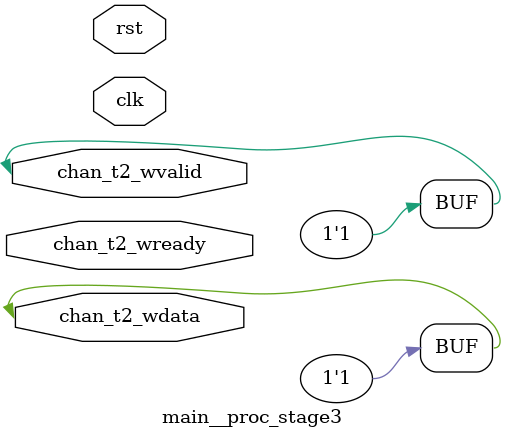
<source format=sv>
module main(
  input clk,
        rst
);

  wire [31:0] chan_t0_wdata;
  wire        chan_t0_wvalid;
  wire        chan_t0_wready;
  wire [31:0] chan_t0_rdata;
  wire        chan_t0_rvalid;
  wire        chan_t0_rready;
  wire [7:0]  chan_t1_wdata;
  wire        chan_t1_wvalid;
  wire        chan_t1_wready;
  wire [7:0]  chan_t1_rdata;
  wire        chan_t1_rvalid;
  wire        chan_t1_rready;
  wire        chan_t2_wdata;
  wire        chan_t2_wvalid;
  wire        chan_t2_wready;
  wire        chan_t2_rdata;
  wire        chan_t2_rvalid;
  wire        chan_t2_rready;
  mygo_fifo_i32_d1 t0_fifo (
    .clk       (clk),
    .rst       (rst),
    .in_data   (chan_t0_wdata),
    .in_valid  (chan_t0_wvalid),
    .in_ready  (chan_t0_wready),
    .out_data  (chan_t0_rdata),
    .out_valid (chan_t0_rvalid),
    .out_ready (chan_t0_rready)
  );
  mygo_fifo_i8_d8 t1_fifo (
    .clk       (clk),
    .rst       (rst),
    .in_data   (chan_t1_wdata),
    .in_valid  (chan_t1_wvalid),
    .in_ready  (chan_t1_wready),
    .out_data  (chan_t1_rdata),
    .out_valid (chan_t1_rvalid),
    .out_ready (chan_t1_rready)
  );
  mygo_fifo_i1_d1 t2_fifo (
    .clk       (clk),
    .rst       (rst),
    .in_data   (chan_t2_wdata),
    .in_valid  (chan_t2_wvalid),
    .in_ready  (chan_t2_wready),
    .out_data  (chan_t2_rdata),
    .out_valid (chan_t2_rvalid),
    .out_ready (chan_t2_rready)
  );
  assign chan_t2_rready = 1'h1;
  always @(posedge clk)
    $fwrite(32'h80000001, "finished is %d\n", chan_t2_rdata);
  main__proc_stage1 stage1_inst0 (
    .clk            (clk),
    .rst            (rst),
    .chan_t0_wdata  (chan_t0_wdata),
    .chan_t0_wvalid (chan_t0_wvalid),
    .chan_t0_wready (chan_t0_wready)
  );
  main__proc_stage2 stage2_inst1 (
    .clk            (clk),
    .rst            (rst),
    .chan_t0_rdata  (chan_t0_rdata),
    .chan_t0_rvalid (chan_t0_rvalid),
    .chan_t0_rready (chan_t0_rready)
  );
  main__proc_stage3 stage3_inst2 (
    .clk            (clk),
    .rst            (rst),
    .chan_t2_wdata  (chan_t2_wdata),
    .chan_t2_wvalid (chan_t2_wvalid),
    .chan_t2_wready (chan_t2_wready)
  );
endmodule

module main__proc_stage1(
  input        clk,
               rst,
  inout [31:0] chan_t0_wdata,
  inout        chan_t0_wvalid,
               chan_t0_wready
);

  reg [2:0]  state_reg9;
  initial
    state_reg9 = 3'h0;
  assign chan_t0_wdata = 32'h4;
  assign chan_t0_wvalid = 1'h1;
  reg [31:0] phi_reg11;
  assign chan_t0_wdata = phi_reg11 + phi_reg11;
  assign chan_t0_wvalid = 1'h1;
  always @(posedge clk)
    $fwrite(32'h80000001, "stage 1: sent integer %d\n", chan_t0_wdata);
  always @(posedge clk) begin
    case (state_reg9)
      3'b000: begin
        state_reg9 <= 3'h1;
        phi_reg11 <= 32'h0;
      end
      3'b001: begin
        if (phi_reg11 < 32'h4)
          state_reg9 <= 3'h3;
        else
          state_reg9 <= 3'h2;
      end
      3'b010:
        state_reg9 <= 3'h4;
      3'b011: begin
        state_reg9 <= 3'h1;
        phi_reg11 <= phi_reg11 + 32'h1;
      end
      3'b100:
        state_reg9 <= state_reg9;
      default:
        state_reg9 <= state_reg9;
    endcase
  end // always @(posedge)
endmodule

module main__proc_stage2(
  input        clk,
               rst,
  inout [31:0] chan_t0_rdata,
  inout        chan_t0_rvalid,
               chan_t0_rready
);

  reg [2:0]  state_reg8;
  initial
    state_reg8 = 3'h0;
  assign chan_t0_rready = 1'h1;
  reg [31:0] phi_reg11;
  assign chan_t0_rready = 1'h1;
  always @(posedge clk)
    $fwrite(32'h80000001, "stage 2: emitted 4 bytes for %d\n", chan_t0_rdata);
  always @(posedge clk) begin
    case (state_reg8)
      3'b000: begin
        state_reg8 <= 3'h1;
        phi_reg11 <= 32'h0;
      end
      3'b001: begin
        if (phi_reg11 < 32'h4)
          state_reg8 <= 3'h3;
        else
          state_reg8 <= 3'h2;
      end
      3'b010:
        state_reg8 <= 3'h4;
      3'b011: begin
        state_reg8 <= 3'h1;
        phi_reg11 <= phi_reg11 + 32'h1;
      end
      3'b100:
        state_reg8 <= state_reg8;
      default:
        state_reg8 <= state_reg8;
    endcase
  end // always @(posedge)
endmodule

module main__proc_stage3(
  input clk,
        rst,
  inout chan_t2_wdata,
        chan_t2_wvalid,
        chan_t2_wready
);

  reg [2:0]  state_reg9;
  initial
    state_reg9 = 3'h0;
  reg [31:0] phi_reg11;
  assign chan_t2_wdata = 1'h1;
  assign chan_t2_wvalid = 1'h1;
  always @(posedge clk) begin
    case (state_reg9)
      3'b000: begin
        state_reg9 <= 3'h1;
        phi_reg11 <= 32'h0;
      end
      3'b001: begin
        if (phi_reg11 < 32'h4)
          state_reg9 <= 3'h3;
        else
          state_reg9 <= 3'h2;
      end
      3'b010:
        state_reg9 <= 3'h4;
      3'b011: begin
        state_reg9 <= 3'h1;
        phi_reg11 <= phi_reg11 + 32'h1;
      end
      3'b100:
        state_reg9 <= state_reg9;
      default:
        state_reg9 <= state_reg9;
    endcase
  end // always @(posedge)
endmodule


</source>
